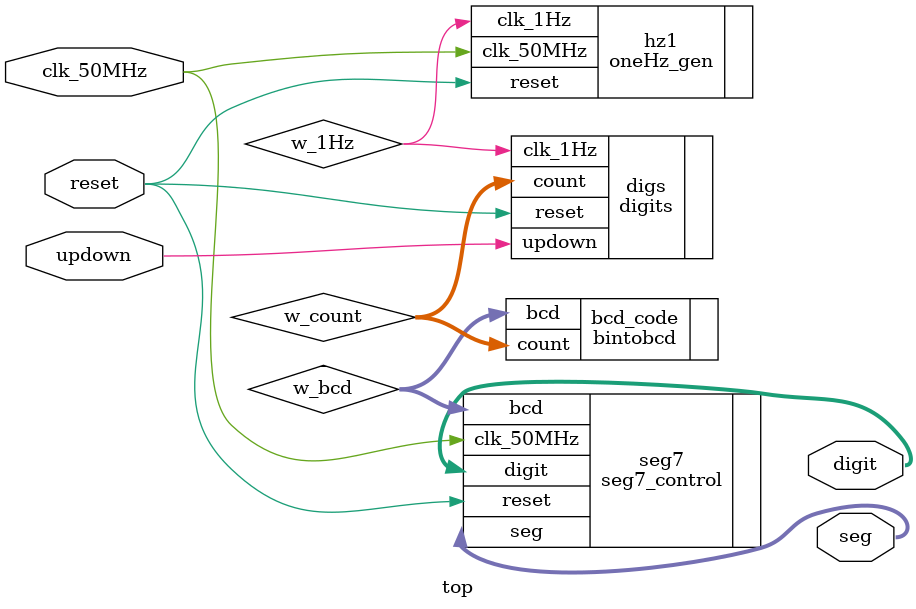
<source format=v>
`timescale 1ns / 1ps

module top(
    input clk_50MHz,       // from Basys 3
    input reset,
    input updown,	 // btnC
    output [7:0] seg,       // 7 segment display segment pattern
    output [3:0] digit      // 7 segment display anodes
    );
    
    // Internal wires for connecting inner modules
    wire w_1Hz;
    wire [7:0] w_count;
	 wire [11:0] w_bcd;
	  // Instantiate inner design modules
    oneHz_gen hz1(.clk_50MHz(clk_50MHz), .reset(reset), .clk_1Hz(w_1Hz));
    
    digits digs(.clk_1Hz(w_1Hz), .reset(reset), .updown(updown), .count(w_count));
	 
	 bintobcd bcd_code(.count(w_count), .bcd(w_bcd));
    
    seg7_control seg7(.clk_50MHz(clk_50MHz), .reset(reset), .bcd(w_bcd), .seg(seg), .digit(digit));
	 
  
endmodule

</source>
